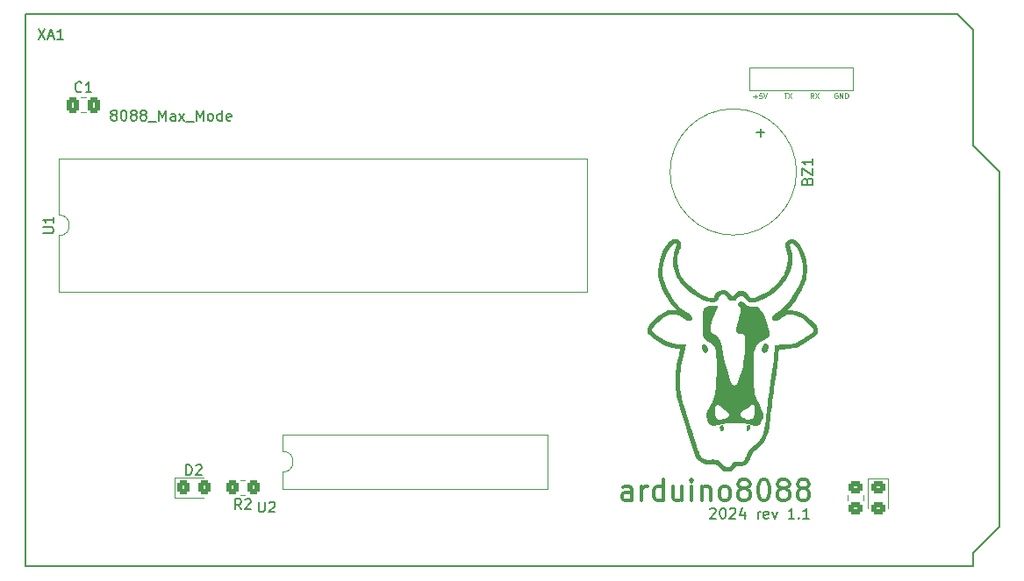
<source format=gto>
%TF.GenerationSoftware,KiCad,Pcbnew,(6.0.7)*%
%TF.CreationDate,2024-05-09T09:52:52-04:00*%
%TF.ProjectId,ard8088,61726438-3038-4382-9e6b-696361645f70,1.1*%
%TF.SameCoordinates,Original*%
%TF.FileFunction,Legend,Top*%
%TF.FilePolarity,Positive*%
%FSLAX46Y46*%
G04 Gerber Fmt 4.6, Leading zero omitted, Abs format (unit mm)*
G04 Created by KiCad (PCBNEW (6.0.7)) date 2024-05-09 09:52:52*
%MOMM*%
%LPD*%
G01*
G04 APERTURE LIST*
G04 Aperture macros list*
%AMRoundRect*
0 Rectangle with rounded corners*
0 $1 Rounding radius*
0 $2 $3 $4 $5 $6 $7 $8 $9 X,Y pos of 4 corners*
0 Add a 4 corners polygon primitive as box body*
4,1,4,$2,$3,$4,$5,$6,$7,$8,$9,$2,$3,0*
0 Add four circle primitives for the rounded corners*
1,1,$1+$1,$2,$3*
1,1,$1+$1,$4,$5*
1,1,$1+$1,$6,$7*
1,1,$1+$1,$8,$9*
0 Add four rect primitives between the rounded corners*
20,1,$1+$1,$2,$3,$4,$5,0*
20,1,$1+$1,$4,$5,$6,$7,0*
20,1,$1+$1,$6,$7,$8,$9,0*
20,1,$1+$1,$8,$9,$2,$3,0*%
G04 Aperture macros list end*
%ADD10C,0.200000*%
%ADD11C,0.300000*%
%ADD12C,0.150000*%
%ADD13C,0.125000*%
%ADD14C,0.120000*%
%ADD15O,1.727200X1.727200*%
%ADD16RoundRect,0.250000X0.350000X0.450000X-0.350000X0.450000X-0.350000X-0.450000X0.350000X-0.450000X0*%
%ADD17RoundRect,0.250000X-0.325000X-0.450000X0.325000X-0.450000X0.325000X0.450000X-0.325000X0.450000X0*%
%ADD18RoundRect,0.250000X-0.450000X0.350000X-0.450000X-0.350000X0.450000X-0.350000X0.450000X0.350000X0*%
%ADD19R,1.600000X1.600000*%
%ADD20O,1.600000X1.600000*%
%ADD21RoundRect,0.250000X-0.337500X-0.475000X0.337500X-0.475000X0.337500X0.475000X-0.337500X0.475000X0*%
%ADD22RoundRect,0.250000X-0.450000X0.325000X-0.450000X-0.325000X0.450000X-0.325000X0.450000X0.325000X0*%
%ADD23R,2.000000X2.000000*%
%ADD24C,2.000000*%
G04 APERTURE END LIST*
D10*
X162854285Y-111307619D02*
X162901904Y-111260000D01*
X162997142Y-111212380D01*
X163235238Y-111212380D01*
X163330476Y-111260000D01*
X163378095Y-111307619D01*
X163425714Y-111402857D01*
X163425714Y-111498095D01*
X163378095Y-111640952D01*
X162806666Y-112212380D01*
X163425714Y-112212380D01*
X164044761Y-111212380D02*
X164140000Y-111212380D01*
X164235238Y-111260000D01*
X164282857Y-111307619D01*
X164330476Y-111402857D01*
X164378095Y-111593333D01*
X164378095Y-111831428D01*
X164330476Y-112021904D01*
X164282857Y-112117142D01*
X164235238Y-112164761D01*
X164140000Y-112212380D01*
X164044761Y-112212380D01*
X163949523Y-112164761D01*
X163901904Y-112117142D01*
X163854285Y-112021904D01*
X163806666Y-111831428D01*
X163806666Y-111593333D01*
X163854285Y-111402857D01*
X163901904Y-111307619D01*
X163949523Y-111260000D01*
X164044761Y-111212380D01*
X164759047Y-111307619D02*
X164806666Y-111260000D01*
X164901904Y-111212380D01*
X165140000Y-111212380D01*
X165235238Y-111260000D01*
X165282857Y-111307619D01*
X165330476Y-111402857D01*
X165330476Y-111498095D01*
X165282857Y-111640952D01*
X164711428Y-112212380D01*
X165330476Y-112212380D01*
X166187619Y-111545714D02*
X166187619Y-112212380D01*
X165949523Y-111164761D02*
X165711428Y-111879047D01*
X166330476Y-111879047D01*
X167473333Y-112212380D02*
X167473333Y-111545714D01*
X167473333Y-111736190D02*
X167520952Y-111640952D01*
X167568571Y-111593333D01*
X167663809Y-111545714D01*
X167759047Y-111545714D01*
X168473333Y-112164761D02*
X168378095Y-112212380D01*
X168187619Y-112212380D01*
X168092380Y-112164761D01*
X168044761Y-112069523D01*
X168044761Y-111688571D01*
X168092380Y-111593333D01*
X168187619Y-111545714D01*
X168378095Y-111545714D01*
X168473333Y-111593333D01*
X168520952Y-111688571D01*
X168520952Y-111783809D01*
X168044761Y-111879047D01*
X168854285Y-111545714D02*
X169092380Y-112212380D01*
X169330476Y-111545714D01*
X170997142Y-112212380D02*
X170425714Y-112212380D01*
X170711428Y-112212380D02*
X170711428Y-111212380D01*
X170616190Y-111355238D01*
X170520952Y-111450476D01*
X170425714Y-111498095D01*
X171425714Y-112117142D02*
X171473333Y-112164761D01*
X171425714Y-112212380D01*
X171378095Y-112164761D01*
X171425714Y-112117142D01*
X171425714Y-112212380D01*
X172425714Y-112212380D02*
X171854285Y-112212380D01*
X172140000Y-112212380D02*
X172140000Y-111212380D01*
X172044761Y-111355238D01*
X171949523Y-111450476D01*
X171854285Y-111498095D01*
D11*
X155284584Y-110456733D02*
X155284584Y-109409114D01*
X155189346Y-109218638D01*
X154998870Y-109123400D01*
X154617918Y-109123400D01*
X154427442Y-109218638D01*
X155284584Y-110361495D02*
X155094108Y-110456733D01*
X154617918Y-110456733D01*
X154427442Y-110361495D01*
X154332203Y-110171019D01*
X154332203Y-109980543D01*
X154427442Y-109790067D01*
X154617918Y-109694829D01*
X155094108Y-109694829D01*
X155284584Y-109599591D01*
X156236965Y-110456733D02*
X156236965Y-109123400D01*
X156236965Y-109504352D02*
X156332203Y-109313876D01*
X156427442Y-109218638D01*
X156617918Y-109123400D01*
X156808394Y-109123400D01*
X158332203Y-110456733D02*
X158332203Y-108456733D01*
X158332203Y-110361495D02*
X158141727Y-110456733D01*
X157760775Y-110456733D01*
X157570299Y-110361495D01*
X157475061Y-110266257D01*
X157379823Y-110075781D01*
X157379823Y-109504352D01*
X157475061Y-109313876D01*
X157570299Y-109218638D01*
X157760775Y-109123400D01*
X158141727Y-109123400D01*
X158332203Y-109218638D01*
X160141727Y-109123400D02*
X160141727Y-110456733D01*
X159284584Y-109123400D02*
X159284584Y-110171019D01*
X159379823Y-110361495D01*
X159570299Y-110456733D01*
X159856013Y-110456733D01*
X160046489Y-110361495D01*
X160141727Y-110266257D01*
X161094108Y-110456733D02*
X161094108Y-109123400D01*
X161094108Y-108456733D02*
X160998870Y-108551972D01*
X161094108Y-108647210D01*
X161189346Y-108551972D01*
X161094108Y-108456733D01*
X161094108Y-108647210D01*
X162046489Y-109123400D02*
X162046489Y-110456733D01*
X162046489Y-109313876D02*
X162141727Y-109218638D01*
X162332203Y-109123400D01*
X162617918Y-109123400D01*
X162808394Y-109218638D01*
X162903632Y-109409114D01*
X162903632Y-110456733D01*
X164141727Y-110456733D02*
X163951251Y-110361495D01*
X163856013Y-110266257D01*
X163760775Y-110075781D01*
X163760775Y-109504352D01*
X163856013Y-109313876D01*
X163951251Y-109218638D01*
X164141727Y-109123400D01*
X164427442Y-109123400D01*
X164617918Y-109218638D01*
X164713156Y-109313876D01*
X164808394Y-109504352D01*
X164808394Y-110075781D01*
X164713156Y-110266257D01*
X164617918Y-110361495D01*
X164427442Y-110456733D01*
X164141727Y-110456733D01*
X165951251Y-109313876D02*
X165760775Y-109218638D01*
X165665537Y-109123400D01*
X165570299Y-108932924D01*
X165570299Y-108837686D01*
X165665537Y-108647210D01*
X165760775Y-108551972D01*
X165951251Y-108456733D01*
X166332203Y-108456733D01*
X166522680Y-108551972D01*
X166617918Y-108647210D01*
X166713156Y-108837686D01*
X166713156Y-108932924D01*
X166617918Y-109123400D01*
X166522680Y-109218638D01*
X166332203Y-109313876D01*
X165951251Y-109313876D01*
X165760775Y-109409114D01*
X165665537Y-109504352D01*
X165570299Y-109694829D01*
X165570299Y-110075781D01*
X165665537Y-110266257D01*
X165760775Y-110361495D01*
X165951251Y-110456733D01*
X166332203Y-110456733D01*
X166522680Y-110361495D01*
X166617918Y-110266257D01*
X166713156Y-110075781D01*
X166713156Y-109694829D01*
X166617918Y-109504352D01*
X166522680Y-109409114D01*
X166332203Y-109313876D01*
X167951251Y-108456733D02*
X168141727Y-108456733D01*
X168332203Y-108551972D01*
X168427442Y-108647210D01*
X168522680Y-108837686D01*
X168617918Y-109218638D01*
X168617918Y-109694829D01*
X168522680Y-110075781D01*
X168427442Y-110266257D01*
X168332203Y-110361495D01*
X168141727Y-110456733D01*
X167951251Y-110456733D01*
X167760775Y-110361495D01*
X167665537Y-110266257D01*
X167570299Y-110075781D01*
X167475061Y-109694829D01*
X167475061Y-109218638D01*
X167570299Y-108837686D01*
X167665537Y-108647210D01*
X167760775Y-108551972D01*
X167951251Y-108456733D01*
X169760775Y-109313876D02*
X169570299Y-109218638D01*
X169475061Y-109123400D01*
X169379823Y-108932924D01*
X169379823Y-108837686D01*
X169475061Y-108647210D01*
X169570299Y-108551972D01*
X169760775Y-108456733D01*
X170141727Y-108456733D01*
X170332203Y-108551972D01*
X170427442Y-108647210D01*
X170522680Y-108837686D01*
X170522680Y-108932924D01*
X170427442Y-109123400D01*
X170332203Y-109218638D01*
X170141727Y-109313876D01*
X169760775Y-109313876D01*
X169570299Y-109409114D01*
X169475061Y-109504352D01*
X169379823Y-109694829D01*
X169379823Y-110075781D01*
X169475061Y-110266257D01*
X169570299Y-110361495D01*
X169760775Y-110456733D01*
X170141727Y-110456733D01*
X170332203Y-110361495D01*
X170427442Y-110266257D01*
X170522680Y-110075781D01*
X170522680Y-109694829D01*
X170427442Y-109504352D01*
X170332203Y-109409114D01*
X170141727Y-109313876D01*
X171665537Y-109313876D02*
X171475061Y-109218638D01*
X171379823Y-109123400D01*
X171284584Y-108932924D01*
X171284584Y-108837686D01*
X171379823Y-108647210D01*
X171475061Y-108551972D01*
X171665537Y-108456733D01*
X172046489Y-108456733D01*
X172236965Y-108551972D01*
X172332203Y-108647210D01*
X172427442Y-108837686D01*
X172427442Y-108932924D01*
X172332203Y-109123400D01*
X172236965Y-109218638D01*
X172046489Y-109313876D01*
X171665537Y-109313876D01*
X171475061Y-109409114D01*
X171379823Y-109504352D01*
X171284584Y-109694829D01*
X171284584Y-110075781D01*
X171379823Y-110266257D01*
X171475061Y-110361495D01*
X171665537Y-110456733D01*
X172046489Y-110456733D01*
X172236965Y-110361495D01*
X172332203Y-110266257D01*
X172427442Y-110075781D01*
X172427442Y-109694829D01*
X172332203Y-109504352D01*
X172236965Y-109409114D01*
X172046489Y-109313876D01*
D12*
%TO.C,XA1*%
X98030906Y-64898154D02*
X98697573Y-65898154D01*
X98697573Y-64898154D02*
X98030906Y-65898154D01*
X99030906Y-65612440D02*
X99507097Y-65612440D01*
X98935668Y-65898154D02*
X99269002Y-64898154D01*
X99602335Y-65898154D01*
X100459478Y-65898154D02*
X99888049Y-65898154D01*
X100173763Y-65898154D02*
X100173763Y-64898154D01*
X100078525Y-65041012D01*
X99983287Y-65136250D01*
X99888049Y-65183869D01*
D13*
X175136836Y-71122088D02*
X175089217Y-71098278D01*
X175017789Y-71098278D01*
X174946360Y-71122088D01*
X174898741Y-71169707D01*
X174874931Y-71217326D01*
X174851122Y-71312564D01*
X174851122Y-71383992D01*
X174874931Y-71479230D01*
X174898741Y-71526849D01*
X174946360Y-71574468D01*
X175017789Y-71598278D01*
X175065408Y-71598278D01*
X175136836Y-71574468D01*
X175160646Y-71550659D01*
X175160646Y-71383992D01*
X175065408Y-71383992D01*
X175374931Y-71598278D02*
X175374931Y-71098278D01*
X175660646Y-71598278D01*
X175660646Y-71098278D01*
X175898741Y-71598278D02*
X175898741Y-71098278D01*
X176017789Y-71098278D01*
X176089217Y-71122088D01*
X176136836Y-71169707D01*
X176160646Y-71217326D01*
X176184455Y-71312564D01*
X176184455Y-71383992D01*
X176160646Y-71479230D01*
X176136836Y-71526849D01*
X176089217Y-71574468D01*
X176017789Y-71598278D01*
X175898741Y-71598278D01*
X172821914Y-71598278D02*
X172655248Y-71360183D01*
X172536200Y-71598278D02*
X172536200Y-71098278D01*
X172726676Y-71098278D01*
X172774295Y-71122088D01*
X172798105Y-71145897D01*
X172821914Y-71193516D01*
X172821914Y-71264945D01*
X172798105Y-71312564D01*
X172774295Y-71336373D01*
X172726676Y-71360183D01*
X172536200Y-71360183D01*
X172988581Y-71098278D02*
X173321914Y-71598278D01*
X173321914Y-71098278D02*
X172988581Y-71598278D01*
X170003423Y-71121195D02*
X170289137Y-71121195D01*
X170146280Y-71621195D02*
X170146280Y-71121195D01*
X170408185Y-71121195D02*
X170741518Y-71621195D01*
X170741518Y-71121195D02*
X170408185Y-71621195D01*
X167014393Y-71430719D02*
X167395346Y-71430719D01*
X167204870Y-71621195D02*
X167204870Y-71240243D01*
X167871536Y-71121195D02*
X167633441Y-71121195D01*
X167609631Y-71359290D01*
X167633441Y-71335481D01*
X167681060Y-71311671D01*
X167800108Y-71311671D01*
X167847727Y-71335481D01*
X167871536Y-71359290D01*
X167895346Y-71406909D01*
X167895346Y-71525957D01*
X167871536Y-71573576D01*
X167847727Y-71597385D01*
X167800108Y-71621195D01*
X167681060Y-71621195D01*
X167633441Y-71597385D01*
X167609631Y-71573576D01*
X168038203Y-71121195D02*
X168204870Y-71621195D01*
X168371536Y-71121195D01*
D12*
%TO.C,R2*%
X117608333Y-111322380D02*
X117275000Y-110846190D01*
X117036904Y-111322380D02*
X117036904Y-110322380D01*
X117417857Y-110322380D01*
X117513095Y-110370000D01*
X117560714Y-110417619D01*
X117608333Y-110512857D01*
X117608333Y-110655714D01*
X117560714Y-110750952D01*
X117513095Y-110798571D01*
X117417857Y-110846190D01*
X117036904Y-110846190D01*
X117989285Y-110417619D02*
X118036904Y-110370000D01*
X118132142Y-110322380D01*
X118370238Y-110322380D01*
X118465476Y-110370000D01*
X118513095Y-110417619D01*
X118560714Y-110512857D01*
X118560714Y-110608095D01*
X118513095Y-110750952D01*
X117941666Y-111322380D01*
X118560714Y-111322380D01*
%TO.C,D2*%
X112291904Y-108022380D02*
X112291904Y-107022380D01*
X112530000Y-107022380D01*
X112672857Y-107070000D01*
X112768095Y-107165238D01*
X112815714Y-107260476D01*
X112863333Y-107450952D01*
X112863333Y-107593809D01*
X112815714Y-107784285D01*
X112768095Y-107879523D01*
X112672857Y-107974761D01*
X112530000Y-108022380D01*
X112291904Y-108022380D01*
X113244285Y-107117619D02*
X113291904Y-107070000D01*
X113387142Y-107022380D01*
X113625238Y-107022380D01*
X113720476Y-107070000D01*
X113768095Y-107117619D01*
X113815714Y-107212857D01*
X113815714Y-107308095D01*
X113768095Y-107450952D01*
X113196666Y-108022380D01*
X113815714Y-108022380D01*
%TO.C,U1*%
X98491380Y-84646904D02*
X99300904Y-84646904D01*
X99396142Y-84599285D01*
X99443761Y-84551666D01*
X99491380Y-84456428D01*
X99491380Y-84265952D01*
X99443761Y-84170714D01*
X99396142Y-84123095D01*
X99300904Y-84075476D01*
X98491380Y-84075476D01*
X99491380Y-83075476D02*
X99491380Y-83646904D01*
X99491380Y-83361190D02*
X98491380Y-83361190D01*
X98634238Y-83456428D01*
X98729476Y-83551666D01*
X98777095Y-83646904D01*
X105244893Y-73208746D02*
X105149655Y-73161127D01*
X105102036Y-73113508D01*
X105054417Y-73018270D01*
X105054417Y-72970651D01*
X105102036Y-72875413D01*
X105149655Y-72827794D01*
X105244893Y-72780174D01*
X105435369Y-72780174D01*
X105530607Y-72827794D01*
X105578226Y-72875413D01*
X105625845Y-72970651D01*
X105625845Y-73018270D01*
X105578226Y-73113508D01*
X105530607Y-73161127D01*
X105435369Y-73208746D01*
X105244893Y-73208746D01*
X105149655Y-73256365D01*
X105102036Y-73303984D01*
X105054417Y-73399222D01*
X105054417Y-73589698D01*
X105102036Y-73684936D01*
X105149655Y-73732555D01*
X105244893Y-73780174D01*
X105435369Y-73780174D01*
X105530607Y-73732555D01*
X105578226Y-73684936D01*
X105625845Y-73589698D01*
X105625845Y-73399222D01*
X105578226Y-73303984D01*
X105530607Y-73256365D01*
X105435369Y-73208746D01*
X106244893Y-72780174D02*
X106340131Y-72780174D01*
X106435369Y-72827794D01*
X106482988Y-72875413D01*
X106530607Y-72970651D01*
X106578226Y-73161127D01*
X106578226Y-73399222D01*
X106530607Y-73589698D01*
X106482988Y-73684936D01*
X106435369Y-73732555D01*
X106340131Y-73780174D01*
X106244893Y-73780174D01*
X106149655Y-73732555D01*
X106102036Y-73684936D01*
X106054417Y-73589698D01*
X106006798Y-73399222D01*
X106006798Y-73161127D01*
X106054417Y-72970651D01*
X106102036Y-72875413D01*
X106149655Y-72827794D01*
X106244893Y-72780174D01*
X107149655Y-73208746D02*
X107054417Y-73161127D01*
X107006798Y-73113508D01*
X106959179Y-73018270D01*
X106959179Y-72970651D01*
X107006798Y-72875413D01*
X107054417Y-72827794D01*
X107149655Y-72780174D01*
X107340131Y-72780174D01*
X107435369Y-72827794D01*
X107482988Y-72875413D01*
X107530607Y-72970651D01*
X107530607Y-73018270D01*
X107482988Y-73113508D01*
X107435369Y-73161127D01*
X107340131Y-73208746D01*
X107149655Y-73208746D01*
X107054417Y-73256365D01*
X107006798Y-73303984D01*
X106959179Y-73399222D01*
X106959179Y-73589698D01*
X107006798Y-73684936D01*
X107054417Y-73732555D01*
X107149655Y-73780174D01*
X107340131Y-73780174D01*
X107435369Y-73732555D01*
X107482988Y-73684936D01*
X107530607Y-73589698D01*
X107530607Y-73399222D01*
X107482988Y-73303984D01*
X107435369Y-73256365D01*
X107340131Y-73208746D01*
X108102036Y-73208746D02*
X108006798Y-73161127D01*
X107959179Y-73113508D01*
X107911560Y-73018270D01*
X107911560Y-72970651D01*
X107959179Y-72875413D01*
X108006798Y-72827794D01*
X108102036Y-72780174D01*
X108292512Y-72780174D01*
X108387750Y-72827794D01*
X108435369Y-72875413D01*
X108482988Y-72970651D01*
X108482988Y-73018270D01*
X108435369Y-73113508D01*
X108387750Y-73161127D01*
X108292512Y-73208746D01*
X108102036Y-73208746D01*
X108006798Y-73256365D01*
X107959179Y-73303984D01*
X107911560Y-73399222D01*
X107911560Y-73589698D01*
X107959179Y-73684936D01*
X108006798Y-73732555D01*
X108102036Y-73780174D01*
X108292512Y-73780174D01*
X108387750Y-73732555D01*
X108435369Y-73684936D01*
X108482988Y-73589698D01*
X108482988Y-73399222D01*
X108435369Y-73303984D01*
X108387750Y-73256365D01*
X108292512Y-73208746D01*
X108673464Y-73875413D02*
X109435369Y-73875413D01*
X109673464Y-73780174D02*
X109673464Y-72780174D01*
X110006798Y-73494460D01*
X110340131Y-72780174D01*
X110340131Y-73780174D01*
X111244893Y-73780174D02*
X111244893Y-73256365D01*
X111197274Y-73161127D01*
X111102036Y-73113508D01*
X110911560Y-73113508D01*
X110816321Y-73161127D01*
X111244893Y-73732555D02*
X111149655Y-73780174D01*
X110911560Y-73780174D01*
X110816321Y-73732555D01*
X110768702Y-73637317D01*
X110768702Y-73542079D01*
X110816321Y-73446841D01*
X110911560Y-73399222D01*
X111149655Y-73399222D01*
X111244893Y-73351603D01*
X111625845Y-73780174D02*
X112149655Y-73113508D01*
X111625845Y-73113508D02*
X112149655Y-73780174D01*
X112292512Y-73875413D02*
X113054417Y-73875413D01*
X113292512Y-73780174D02*
X113292512Y-72780174D01*
X113625845Y-73494460D01*
X113959179Y-72780174D01*
X113959179Y-73780174D01*
X114578226Y-73780174D02*
X114482988Y-73732555D01*
X114435369Y-73684936D01*
X114387750Y-73589698D01*
X114387750Y-73303984D01*
X114435369Y-73208746D01*
X114482988Y-73161127D01*
X114578226Y-73113508D01*
X114721083Y-73113508D01*
X114816321Y-73161127D01*
X114863941Y-73208746D01*
X114911560Y-73303984D01*
X114911560Y-73589698D01*
X114863941Y-73684936D01*
X114816321Y-73732555D01*
X114721083Y-73780174D01*
X114578226Y-73780174D01*
X115768702Y-73780174D02*
X115768702Y-72780174D01*
X115768702Y-73732555D02*
X115673464Y-73780174D01*
X115482988Y-73780174D01*
X115387750Y-73732555D01*
X115340131Y-73684936D01*
X115292512Y-73589698D01*
X115292512Y-73303984D01*
X115340131Y-73208746D01*
X115387750Y-73161127D01*
X115482988Y-73113508D01*
X115673464Y-73113508D01*
X115768702Y-73161127D01*
X116625845Y-73732555D02*
X116530607Y-73780174D01*
X116340131Y-73780174D01*
X116244893Y-73732555D01*
X116197274Y-73637317D01*
X116197274Y-73256365D01*
X116244893Y-73161127D01*
X116340131Y-73113508D01*
X116530607Y-73113508D01*
X116625845Y-73161127D01*
X116673464Y-73256365D01*
X116673464Y-73351603D01*
X116197274Y-73446841D01*
%TO.C,C1*%
X102222407Y-70932126D02*
X102174788Y-70979745D01*
X102031931Y-71027364D01*
X101936693Y-71027364D01*
X101793835Y-70979745D01*
X101698597Y-70884507D01*
X101650978Y-70789269D01*
X101603359Y-70598793D01*
X101603359Y-70455936D01*
X101650978Y-70265460D01*
X101698597Y-70170222D01*
X101793835Y-70074984D01*
X101936693Y-70027364D01*
X102031931Y-70027364D01*
X102174788Y-70074984D01*
X102222407Y-70122603D01*
X103174788Y-71027364D02*
X102603359Y-71027364D01*
X102889074Y-71027364D02*
X102889074Y-70027364D01*
X102793835Y-70170222D01*
X102698597Y-70265460D01*
X102603359Y-70313079D01*
%TO.C,U2*%
X119309022Y-110596333D02*
X119309022Y-111405857D01*
X119356641Y-111501095D01*
X119404260Y-111548714D01*
X119499498Y-111596333D01*
X119689974Y-111596333D01*
X119785212Y-111548714D01*
X119832831Y-111501095D01*
X119880450Y-111405857D01*
X119880450Y-110596333D01*
X120309022Y-110691572D02*
X120356641Y-110643953D01*
X120451879Y-110596333D01*
X120689974Y-110596333D01*
X120785212Y-110643953D01*
X120832831Y-110691572D01*
X120880450Y-110786810D01*
X120880450Y-110882048D01*
X120832831Y-111024905D01*
X120261403Y-111596333D01*
X120880450Y-111596333D01*
%TO.C,BZ1*%
X172228571Y-79610952D02*
X172276190Y-79468095D01*
X172323809Y-79420476D01*
X172419047Y-79372857D01*
X172561904Y-79372857D01*
X172657142Y-79420476D01*
X172704761Y-79468095D01*
X172752380Y-79563333D01*
X172752380Y-79944285D01*
X171752380Y-79944285D01*
X171752380Y-79610952D01*
X171800000Y-79515714D01*
X171847619Y-79468095D01*
X171942857Y-79420476D01*
X172038095Y-79420476D01*
X172133333Y-79468095D01*
X172180952Y-79515714D01*
X172228571Y-79610952D01*
X172228571Y-79944285D01*
X171752380Y-79039523D02*
X171752380Y-78372857D01*
X172752380Y-79039523D01*
X172752380Y-78372857D01*
X172752380Y-77468095D02*
X172752380Y-78039523D01*
X172752380Y-77753809D02*
X171752380Y-77753809D01*
X171895238Y-77849047D01*
X171990476Y-77944285D01*
X172038095Y-78039523D01*
X167711428Y-75300952D02*
X167711428Y-74539047D01*
X168092380Y-74920000D02*
X167330476Y-74920000D01*
D14*
%TO.C,XA1*%
X176663639Y-70867913D02*
X166625985Y-70867913D01*
X166625985Y-70867913D02*
X166625985Y-68644963D01*
X166625985Y-68644963D02*
X176663639Y-68644963D01*
X176663639Y-68644963D02*
X176663639Y-70867913D01*
D12*
X188214000Y-115570000D02*
X190754000Y-113030000D01*
X190754000Y-78740000D02*
X188214000Y-76200000D01*
X188214000Y-76200000D02*
X188214000Y-65024000D01*
X96774000Y-63500000D02*
X96774000Y-116840000D01*
X96774000Y-63500000D02*
X186690000Y-63500000D01*
X188214000Y-116840000D02*
X188214000Y-115570000D01*
X186690000Y-63500000D02*
X188214000Y-65024000D01*
X190754000Y-113030000D02*
X190754000Y-78740000D01*
X96774000Y-116840000D02*
X188214000Y-116840000D01*
D14*
%TO.C,R2*%
X118002064Y-109955000D02*
X117547936Y-109955000D01*
X118002064Y-108485000D02*
X117547936Y-108485000D01*
%TO.C,D2*%
X111170000Y-110180000D02*
X114030000Y-110180000D01*
X114030000Y-108260000D02*
X111170000Y-108260000D01*
X111170000Y-108260000D02*
X111170000Y-110180000D01*
%TO.C,R1*%
X177641289Y-109992936D02*
X177641289Y-110447064D01*
X176171289Y-109992936D02*
X176171289Y-110447064D01*
%TO.C,U1*%
X150959000Y-90345000D02*
X150959000Y-77425000D01*
X100039000Y-84885000D02*
X100039000Y-90345000D01*
X100039000Y-77425000D02*
X100039000Y-82885000D01*
X150959000Y-77425000D02*
X100039000Y-77425000D01*
X100039000Y-90345000D02*
X150959000Y-90345000D01*
X100039000Y-84885000D02*
G75*
G03*
X100039000Y-82885000I0J1000000D01*
G01*
%TO.C,C1*%
X102127822Y-72989984D02*
X102650326Y-72989984D01*
X102127822Y-71519984D02*
X102650326Y-71519984D01*
%TO.C,U2*%
X147149000Y-104080000D02*
X121629000Y-104080000D01*
X121629000Y-104080000D02*
X121629000Y-105730000D01*
X121629000Y-107730000D02*
X121629000Y-109380000D01*
X121629000Y-109380000D02*
X147149000Y-109380000D01*
X147149000Y-109380000D02*
X147149000Y-104080000D01*
X121629000Y-107730000D02*
G75*
G03*
X121629000Y-105730000I0J1000000D01*
G01*
%TO.C,D1*%
X180030000Y-111238995D02*
X180030000Y-108378995D01*
X178110000Y-108378995D02*
X178110000Y-111238995D01*
X180030000Y-108378995D02*
X178110000Y-108378995D01*
%TO.C,G\u002A\u002A\u002A*%
G36*
X156888750Y-93668400D02*
G01*
X156916089Y-93593447D01*
X156987805Y-93494390D01*
X157118740Y-93349159D01*
X157292393Y-93173305D01*
X157492259Y-92982380D01*
X157701837Y-92791936D01*
X157904625Y-92617522D01*
X158084118Y-92474691D01*
X158164994Y-92416547D01*
X158486638Y-92230323D01*
X158804979Y-92121084D01*
X159157793Y-92077176D01*
X159272334Y-92075000D01*
X159644716Y-92075000D01*
X159349258Y-91767311D01*
X159043873Y-91405467D01*
X158744377Y-90968004D01*
X158463278Y-90476770D01*
X158213080Y-89953614D01*
X158006999Y-89422459D01*
X157941467Y-89222415D01*
X157898041Y-89059397D01*
X157872464Y-88903033D01*
X157860482Y-88722952D01*
X157857840Y-88488782D01*
X157858525Y-88362692D01*
X157894486Y-87776761D01*
X157997658Y-87229305D01*
X158175313Y-86689881D01*
X158354160Y-86287878D01*
X158493010Y-86020958D01*
X158622735Y-85815959D01*
X158764728Y-85641997D01*
X158887848Y-85517404D01*
X159034064Y-85380317D01*
X159138454Y-85297178D01*
X159229873Y-85254496D01*
X159337175Y-85238779D01*
X159488605Y-85236538D01*
X159668900Y-85242346D01*
X159787017Y-85266714D01*
X159878127Y-85320057D01*
X159931846Y-85367792D01*
X160012338Y-85458589D01*
X160053539Y-85556081D01*
X160067860Y-85697625D01*
X160068846Y-85780102D01*
X160061494Y-85937077D01*
X160042490Y-86050891D01*
X160023162Y-86089392D01*
X159971331Y-86160259D01*
X159908957Y-86302130D01*
X159844280Y-86490139D01*
X159785541Y-86699420D01*
X159740980Y-86905106D01*
X159729870Y-86974380D01*
X159712196Y-87403612D01*
X159770185Y-87859687D01*
X159897389Y-88316518D01*
X160087356Y-88748020D01*
X160225463Y-88978962D01*
X160510515Y-89343063D01*
X160869707Y-89704681D01*
X161281704Y-90048190D01*
X161725172Y-90357960D01*
X162178778Y-90618364D01*
X162621187Y-90813775D01*
X162818686Y-90878579D01*
X163032926Y-90922197D01*
X163171403Y-90907390D01*
X163237164Y-90833465D01*
X163243846Y-90781925D01*
X163277101Y-90688432D01*
X163361706Y-90559257D01*
X163474916Y-90422393D01*
X163593990Y-90305830D01*
X163680073Y-90245021D01*
X163826824Y-90198990D01*
X164032444Y-90173301D01*
X164141326Y-90170000D01*
X164328904Y-90176253D01*
X164455029Y-90201471D01*
X164555502Y-90255342D01*
X164607400Y-90296128D01*
X164730734Y-90418668D01*
X164832524Y-90550120D01*
X164840582Y-90563250D01*
X164917172Y-90668273D01*
X164988163Y-90728839D01*
X164990744Y-90729906D01*
X165057768Y-90711090D01*
X165170656Y-90635909D01*
X165307946Y-90518785D01*
X165315549Y-90511631D01*
X165573478Y-90267692D01*
X165916672Y-90267692D01*
X166097799Y-90269958D01*
X166214732Y-90285564D01*
X166300967Y-90327727D01*
X166390004Y-90409660D01*
X166455981Y-90480452D01*
X166573550Y-90615306D01*
X166668787Y-90737443D01*
X166707842Y-90797375D01*
X166793833Y-90893637D01*
X166923529Y-90928156D01*
X167109096Y-90901784D01*
X167301819Y-90838977D01*
X167869053Y-90587492D01*
X168406771Y-90275168D01*
X168902157Y-89912838D01*
X169342394Y-89511335D01*
X169714664Y-89081494D01*
X170006151Y-88634148D01*
X170079201Y-88491317D01*
X170224014Y-88118106D01*
X170322946Y-87714260D01*
X170374769Y-87301548D01*
X170378255Y-86901739D01*
X170332175Y-86536604D01*
X170235300Y-86227912D01*
X170209919Y-86175243D01*
X170161477Y-86031003D01*
X170133718Y-85850391D01*
X170131154Y-85785410D01*
X170141910Y-85623498D01*
X170186405Y-85511394D01*
X170280900Y-85404427D01*
X170371081Y-85327157D01*
X170459927Y-85283952D01*
X170580300Y-85265118D01*
X170765061Y-85260962D01*
X170767281Y-85260961D01*
X170947430Y-85263683D01*
X171066176Y-85281302D01*
X171159804Y-85328003D01*
X171264600Y-85417969D01*
X171329609Y-85480769D01*
X171501734Y-85688313D01*
X171676397Y-85970695D01*
X171842578Y-86306005D01*
X171989257Y-86672334D01*
X172091268Y-86995000D01*
X172137804Y-87179057D01*
X172170074Y-87351902D01*
X172190548Y-87538697D01*
X172201694Y-87764605D01*
X172205982Y-88054787D01*
X172206311Y-88167308D01*
X172204465Y-88465618D01*
X172194699Y-88710043D01*
X172171724Y-88921043D01*
X172130255Y-89119079D01*
X172065004Y-89324611D01*
X171970684Y-89558098D01*
X171842009Y-89840001D01*
X171694620Y-90147551D01*
X171417682Y-90662129D01*
X171100069Y-91152898D01*
X170761145Y-91591417D01*
X170561724Y-91811343D01*
X170319701Y-92060572D01*
X170701678Y-92088592D01*
X171102330Y-92145572D01*
X171479713Y-92260476D01*
X171850284Y-92441179D01*
X172230503Y-92695563D01*
X172596185Y-92995454D01*
X172840457Y-93216602D01*
X173017245Y-93394675D01*
X173136934Y-93545595D01*
X173209910Y-93685282D01*
X173246558Y-93829656D01*
X173257261Y-93994637D01*
X173257308Y-94008973D01*
X173254172Y-94177273D01*
X173233487Y-94286684D01*
X173178335Y-94374381D01*
X173071800Y-94477539D01*
X173025288Y-94518830D01*
X172838381Y-94674056D01*
X172604657Y-94853303D01*
X172347234Y-95040295D01*
X172089232Y-95218755D01*
X171853770Y-95372407D01*
X171663966Y-95484974D01*
X171620961Y-95507512D01*
X171378248Y-95616319D01*
X171127552Y-95699303D01*
X170845244Y-95761948D01*
X170507698Y-95809737D01*
X170185845Y-95840644D01*
X169941808Y-95861967D01*
X169734933Y-95882341D01*
X169583589Y-95899785D01*
X169506148Y-95912313D01*
X169500213Y-95914667D01*
X169488813Y-95968175D01*
X169473332Y-96098824D01*
X169455905Y-96286259D01*
X169440556Y-96483377D01*
X169423865Y-96706101D01*
X169405829Y-96920724D01*
X169385071Y-97138177D01*
X169360217Y-97369392D01*
X169329892Y-97625302D01*
X169292720Y-97916839D01*
X169247326Y-98254934D01*
X169192335Y-98650521D01*
X169126372Y-99114532D01*
X169048061Y-99657898D01*
X168996619Y-100012500D01*
X168930591Y-100475344D01*
X168867939Y-100930662D01*
X168810437Y-101364380D01*
X168759859Y-101762422D01*
X168717980Y-102110713D01*
X168686573Y-102395180D01*
X168667414Y-102601748D01*
X168664095Y-102650192D01*
X168627035Y-103031889D01*
X168562586Y-103431530D01*
X168476689Y-103824026D01*
X168375284Y-104184288D01*
X168264314Y-104487227D01*
X168194575Y-104632946D01*
X168083578Y-104796343D01*
X167918657Y-104989014D01*
X167724591Y-105182359D01*
X167696410Y-105207941D01*
X167439379Y-105439463D01*
X167244984Y-105618900D01*
X167102444Y-105758616D01*
X167000982Y-105870978D01*
X166929818Y-105968352D01*
X166878173Y-106063104D01*
X166835269Y-106167601D01*
X166817762Y-106215961D01*
X166703165Y-106507524D01*
X166588929Y-106725014D01*
X166461414Y-106891042D01*
X166346474Y-106997334D01*
X166242902Y-107072955D01*
X166141486Y-107119170D01*
X166010914Y-107144964D01*
X165819876Y-107159323D01*
X165774467Y-107161486D01*
X165382977Y-107179264D01*
X165152776Y-107418094D01*
X164922575Y-107656923D01*
X164164542Y-107656923D01*
X163830000Y-107315000D01*
X163677456Y-107167310D01*
X163541191Y-107050127D01*
X163440606Y-106979432D01*
X163406287Y-106966028D01*
X163320066Y-106964164D01*
X163163094Y-106965030D01*
X162962266Y-106968386D01*
X162850905Y-106970998D01*
X162531388Y-106964950D01*
X162277855Y-106921182D01*
X162062480Y-106829234D01*
X161857438Y-106678646D01*
X161716888Y-106544738D01*
X161489867Y-106313654D01*
X160758431Y-104091154D01*
X160540380Y-103427760D01*
X160351036Y-102848417D01*
X160188294Y-102344474D01*
X160050047Y-101907275D01*
X159934189Y-101528167D01*
X159838615Y-101198498D01*
X159761218Y-100909612D01*
X159699892Y-100652857D01*
X159652532Y-100419579D01*
X159617031Y-100201125D01*
X159591282Y-99988840D01*
X159573181Y-99774072D01*
X159560622Y-99548167D01*
X159551497Y-99302471D01*
X159545882Y-99108846D01*
X159539767Y-98725600D01*
X159545543Y-98381370D01*
X159565722Y-98054801D01*
X159602821Y-97724534D01*
X159659352Y-97369213D01*
X159737830Y-96967479D01*
X159840769Y-96497976D01*
X159866441Y-96385673D01*
X160003989Y-95787308D01*
X159682283Y-95786586D01*
X159190026Y-95739043D01*
X158705288Y-95603279D01*
X158444210Y-95489433D01*
X158251146Y-95380287D01*
X158009134Y-95224835D01*
X157742987Y-95040827D01*
X157477518Y-94846013D01*
X157237540Y-94658143D01*
X157047866Y-94494967D01*
X157028173Y-94476471D01*
X156923678Y-94368896D01*
X156868941Y-94275949D01*
X156848047Y-94157657D01*
X156845000Y-94016507D01*
X156847066Y-93985578D01*
X157243693Y-93985578D01*
X157258127Y-94056007D01*
X157308969Y-94133484D01*
X157406841Y-94230350D01*
X157562365Y-94358946D01*
X157786164Y-94531616D01*
X157797821Y-94540476D01*
X158222656Y-94841761D01*
X158614049Y-95069284D01*
X158992599Y-95230668D01*
X159378903Y-95333536D01*
X159793562Y-95385511D01*
X160108772Y-95395690D01*
X160321570Y-95397749D01*
X160453555Y-95405227D01*
X160521586Y-95421518D01*
X160542523Y-95450021D01*
X160537286Y-95482019D01*
X160490173Y-95650088D01*
X160429008Y-95892689D01*
X160358555Y-96188490D01*
X160283579Y-96516162D01*
X160208847Y-96854372D01*
X160139123Y-97181790D01*
X160079173Y-97477086D01*
X160033761Y-97718928D01*
X160021694Y-97790000D01*
X159946543Y-98434309D01*
X159933792Y-99078020D01*
X159984704Y-99740007D01*
X160100544Y-100439146D01*
X160238582Y-101029329D01*
X160278795Y-101171710D01*
X160344150Y-101388199D01*
X160431057Y-101667854D01*
X160535930Y-101999727D01*
X160655179Y-102372875D01*
X160785218Y-102776352D01*
X160922458Y-103199213D01*
X161063310Y-103630513D01*
X161204187Y-104059308D01*
X161341501Y-104474652D01*
X161471663Y-104865599D01*
X161591086Y-105221206D01*
X161696182Y-105530527D01*
X161783361Y-105782616D01*
X161849037Y-105966530D01*
X161889622Y-106071322D01*
X161895911Y-106084823D01*
X161999182Y-106238564D01*
X162144030Y-106361499D01*
X162356498Y-106475071D01*
X162385938Y-106488276D01*
X162566032Y-106553963D01*
X162722450Y-106570376D01*
X162848192Y-106556824D01*
X163177896Y-106524962D01*
X163462225Y-106540990D01*
X163681161Y-106603682D01*
X163690968Y-106608489D01*
X163803990Y-106684475D01*
X163951670Y-106809108D01*
X164104590Y-106957293D01*
X164124773Y-106978523D01*
X164291841Y-107143081D01*
X164424320Y-107235216D01*
X164542891Y-107263063D01*
X164668231Y-107234755D01*
X164719144Y-107212311D01*
X164813815Y-107141610D01*
X164926915Y-107023183D01*
X164980153Y-106955869D01*
X165128960Y-106753269D01*
X165550859Y-106753269D01*
X165758189Y-106751146D01*
X165894469Y-106740363D01*
X165986319Y-106714302D01*
X166060360Y-106666342D01*
X166120674Y-106611584D01*
X166241056Y-106450313D01*
X166347469Y-106219523D01*
X166372275Y-106147546D01*
X166454236Y-105916529D01*
X166543198Y-105731352D01*
X166656072Y-105569481D01*
X166809765Y-105408377D01*
X167021187Y-105225506D01*
X167129729Y-105138012D01*
X167319962Y-104981259D01*
X167490508Y-104831093D01*
X167621153Y-104705890D01*
X167686524Y-104631723D01*
X167832993Y-104374330D01*
X167967246Y-104038778D01*
X168084183Y-103644343D01*
X168178706Y-103210297D01*
X168245717Y-102755916D01*
X168275269Y-102405961D01*
X168289598Y-102228042D01*
X168316810Y-101967608D01*
X168355140Y-101638733D01*
X168402821Y-101255490D01*
X168458086Y-100831952D01*
X168519171Y-100382193D01*
X168584308Y-99920285D01*
X168606292Y-99768269D01*
X168705426Y-99077144D01*
X168790064Y-98463282D01*
X168862479Y-97907707D01*
X168924943Y-97391439D01*
X168979730Y-96895501D01*
X169029110Y-96400915D01*
X169075357Y-95888701D01*
X169086573Y-95757115D01*
X169111781Y-95458268D01*
X169853486Y-95431122D01*
X170269002Y-95408327D01*
X170620677Y-95368010D01*
X170929917Y-95302362D01*
X171218128Y-95203571D01*
X171506716Y-95063829D01*
X171817089Y-94875325D01*
X172170651Y-94630249D01*
X172293076Y-94541050D01*
X172543398Y-94354292D01*
X172718445Y-94209667D01*
X172822603Y-94092761D01*
X172860261Y-93989160D01*
X172835806Y-93884452D01*
X172753626Y-93764221D01*
X172618110Y-93614055D01*
X172585673Y-93579877D01*
X172171949Y-93197123D01*
X171734228Y-92889643D01*
X171284683Y-92664811D01*
X170861074Y-92535181D01*
X170615306Y-92496670D01*
X170411037Y-92501178D01*
X170219685Y-92556091D01*
X170012668Y-92668799D01*
X169817355Y-92804960D01*
X169538473Y-92991608D01*
X169311141Y-93099522D01*
X169129946Y-93129336D01*
X168989475Y-93081683D01*
X168884315Y-92957194D01*
X168863944Y-92916424D01*
X168830668Y-92773013D01*
X168874167Y-92641852D01*
X169000787Y-92513626D01*
X169216874Y-92379021D01*
X169237496Y-92368077D01*
X169501248Y-92199387D01*
X169804879Y-91949048D01*
X170033557Y-91733077D01*
X170554598Y-91151360D01*
X171005153Y-90502499D01*
X171385491Y-89786052D01*
X171695880Y-89001575D01*
X171697721Y-88996099D01*
X171770183Y-88771753D01*
X171813800Y-88601430D01*
X171833735Y-88447574D01*
X171835150Y-88272625D01*
X171825068Y-88069615D01*
X171781858Y-87682206D01*
X171701756Y-87279793D01*
X171591681Y-86882897D01*
X171458552Y-86512038D01*
X171309286Y-86187737D01*
X171150803Y-85930513D01*
X171071620Y-85834904D01*
X170939938Y-85722460D01*
X170806386Y-85678908D01*
X170750627Y-85676154D01*
X170631083Y-85691470D01*
X170562441Y-85729033D01*
X170558970Y-85735974D01*
X170564107Y-85809748D01*
X170596801Y-85945339D01*
X170649262Y-86111259D01*
X170765237Y-86584685D01*
X170800962Y-87108347D01*
X170770350Y-87568100D01*
X170693579Y-88032816D01*
X170577828Y-88439549D01*
X170412114Y-88810769D01*
X170185457Y-89168945D01*
X169886877Y-89536547D01*
X169719969Y-89717503D01*
X169321015Y-90104202D01*
X168901956Y-90451062D01*
X168474888Y-90751070D01*
X168051906Y-90997209D01*
X167645108Y-91182464D01*
X167266588Y-91299821D01*
X166928444Y-91342265D01*
X166918337Y-91342308D01*
X166793508Y-91337480D01*
X166690984Y-91315179D01*
X166594188Y-91263675D01*
X166486541Y-91171242D01*
X166351467Y-91026149D01*
X166172386Y-90816671D01*
X166168030Y-90811491D01*
X166041703Y-90694976D01*
X165914225Y-90656415D01*
X165772277Y-90697880D01*
X165602535Y-90821441D01*
X165502827Y-90914904D01*
X165361917Y-91048586D01*
X165258380Y-91125663D01*
X165163450Y-91161428D01*
X165048364Y-91171173D01*
X165020493Y-91171346D01*
X164907225Y-91166774D01*
X164819883Y-91143198D01*
X164734376Y-91085824D01*
X164626615Y-90979860D01*
X164521510Y-90864937D01*
X164346303Y-90686817D01*
X164204685Y-90586562D01*
X164080076Y-90558211D01*
X163955895Y-90595800D01*
X163888814Y-90637439D01*
X163804257Y-90724643D01*
X163708471Y-90863234D01*
X163657761Y-90954060D01*
X163536776Y-91155049D01*
X163405813Y-91275378D01*
X163238441Y-91329956D01*
X163008230Y-91333697D01*
X162987303Y-91332316D01*
X162638581Y-91270311D01*
X162250012Y-91134936D01*
X161835924Y-90934117D01*
X161410643Y-90675780D01*
X160988495Y-90367851D01*
X160583807Y-90018256D01*
X160544175Y-89980664D01*
X160172204Y-89599640D01*
X159880212Y-89239150D01*
X159658459Y-88881066D01*
X159497204Y-88507264D01*
X159386710Y-88099619D01*
X159325356Y-87712396D01*
X159297925Y-87181006D01*
X159344269Y-86689751D01*
X159462910Y-86250048D01*
X159537240Y-86076663D01*
X159627384Y-85867534D01*
X159657417Y-85729309D01*
X159626273Y-85655060D01*
X159532885Y-85637861D01*
X159471071Y-85646728D01*
X159284943Y-85727917D01*
X159101616Y-85898151D01*
X158918370Y-86160492D01*
X158772656Y-86433269D01*
X158515661Y-87047256D01*
X158350609Y-87643793D01*
X158275210Y-88231195D01*
X158274687Y-88241217D01*
X158265541Y-88463295D01*
X158267825Y-88632585D01*
X158286438Y-88782276D01*
X158326281Y-88945554D01*
X158392255Y-89155608D01*
X158423643Y-89249954D01*
X158721100Y-89999739D01*
X159096378Y-90713246D01*
X159228061Y-90925052D01*
X159388943Y-91147071D01*
X159595240Y-91392408D01*
X159829823Y-91644266D01*
X160075561Y-91885844D01*
X160315327Y-92100345D01*
X160531990Y-92270970D01*
X160708422Y-92380919D01*
X160716566Y-92384847D01*
X160942893Y-92517060D01*
X161099600Y-92661272D01*
X161181335Y-92806925D01*
X161182744Y-92943458D01*
X161098472Y-93060313D01*
X161069622Y-93081212D01*
X160948856Y-93132158D01*
X160810060Y-93129429D01*
X160638779Y-93068811D01*
X160420558Y-92946087D01*
X160272690Y-92848819D01*
X159912667Y-92635192D01*
X159580376Y-92509844D01*
X159262319Y-92472488D01*
X158944999Y-92522837D01*
X158614916Y-92660604D01*
X158369808Y-92808388D01*
X158205921Y-92929775D01*
X158017826Y-93087864D01*
X157821252Y-93267113D01*
X157631931Y-93451979D01*
X157465593Y-93626919D01*
X157337968Y-93776389D01*
X157264787Y-93884849D01*
X157255043Y-93909855D01*
X157243693Y-93985578D01*
X156847066Y-93985578D01*
X156857263Y-93832931D01*
X156888750Y-93668400D01*
G37*
G36*
X166723092Y-103207401D02*
G01*
X166754929Y-103315984D01*
X166724635Y-103486027D01*
X166689992Y-103579838D01*
X166612987Y-103697779D01*
X166521384Y-103750269D01*
X166438547Y-103729894D01*
X166399649Y-103671966D01*
X166379050Y-103570830D01*
X166370017Y-103432517D01*
X166370000Y-103426688D01*
X166388433Y-103295859D01*
X166456913Y-103220990D01*
X166489000Y-103204454D01*
X166633117Y-103167738D01*
X166723092Y-103207401D01*
G37*
G36*
X162280229Y-95362778D02*
G01*
X162334953Y-95385264D01*
X162476939Y-95490245D01*
X162581797Y-95643417D01*
X162641252Y-95817808D01*
X162647030Y-95986442D01*
X162590855Y-96122348D01*
X162568365Y-96146083D01*
X162448353Y-96217850D01*
X162332961Y-96199903D01*
X162219574Y-96106402D01*
X162135077Y-95965308D01*
X162087081Y-95783013D01*
X162080302Y-95597906D01*
X162119459Y-95448379D01*
X162135581Y-95422894D01*
X162201569Y-95359196D01*
X162280229Y-95362778D01*
G37*
G36*
X162738168Y-101565362D02*
G01*
X162916298Y-101225099D01*
X163057641Y-100941626D01*
X163167578Y-100695561D01*
X163251489Y-100467522D01*
X163314754Y-100238127D01*
X163362753Y-99987995D01*
X163400866Y-99697743D01*
X163434473Y-99347990D01*
X163467521Y-98937885D01*
X163511239Y-98221129D01*
X163526696Y-97570236D01*
X163514217Y-96990344D01*
X163474124Y-96486594D01*
X163406741Y-96064124D01*
X163312391Y-95728074D01*
X163257462Y-95598654D01*
X163209902Y-95516483D01*
X163143962Y-95438781D01*
X163045454Y-95354338D01*
X162900192Y-95251945D01*
X162693991Y-95120392D01*
X162507137Y-95005769D01*
X162376529Y-94916960D01*
X162283936Y-94822886D01*
X162223552Y-94705598D01*
X162189571Y-94547147D01*
X162176186Y-94329584D01*
X162177591Y-94034961D01*
X162178558Y-93990031D01*
X162182527Y-93675809D01*
X162181995Y-93323090D01*
X162177249Y-92982613D01*
X162171737Y-92783269D01*
X162166030Y-92484926D01*
X162176737Y-92263536D01*
X162208829Y-92099030D01*
X162267279Y-91971340D01*
X162357060Y-91860400D01*
X162413821Y-91806231D01*
X162491996Y-91753395D01*
X162598503Y-91722786D01*
X162759853Y-91708900D01*
X162895071Y-91706297D01*
X163105919Y-91699659D01*
X163304282Y-91684470D01*
X163448233Y-91663972D01*
X163451442Y-91663272D01*
X163553698Y-91646636D01*
X163612583Y-91659294D01*
X163627283Y-91712715D01*
X163596983Y-91818369D01*
X163520870Y-91987728D01*
X163413150Y-92202874D01*
X163241451Y-92572963D01*
X163099927Y-92945699D01*
X162993087Y-93303711D01*
X162925436Y-93629629D01*
X162901482Y-93906083D01*
X162921167Y-94098869D01*
X162994062Y-94218600D01*
X163151513Y-94353320D01*
X163208501Y-94391773D01*
X163478165Y-94587007D01*
X163683417Y-94791160D01*
X163835256Y-95023500D01*
X163944681Y-95303292D01*
X164022690Y-95649802D01*
X164056343Y-95877005D01*
X164089722Y-96078734D01*
X164145955Y-96355482D01*
X164220338Y-96688544D01*
X164308172Y-97059213D01*
X164404754Y-97448781D01*
X164505384Y-97838543D01*
X164605359Y-98209792D01*
X164699979Y-98543822D01*
X164784543Y-98821926D01*
X164832745Y-98966274D01*
X164932927Y-99178838D01*
X165050608Y-99311092D01*
X165177281Y-99358209D01*
X165304439Y-99315361D01*
X165359680Y-99265300D01*
X165428280Y-99163723D01*
X165519481Y-98993093D01*
X165622752Y-98776258D01*
X165727558Y-98536069D01*
X165823367Y-98295373D01*
X165880711Y-98135045D01*
X165951441Y-97877673D01*
X166020259Y-97537765D01*
X166084951Y-97130477D01*
X166143303Y-96670964D01*
X166193099Y-96174381D01*
X166223202Y-95791058D01*
X166247544Y-95371384D01*
X166254185Y-95039052D01*
X166240510Y-94784880D01*
X166203900Y-94599689D01*
X166141742Y-94474300D01*
X166051418Y-94399533D01*
X165930313Y-94366208D01*
X165816209Y-94362944D01*
X165606671Y-94340744D01*
X165469678Y-94253879D01*
X165402494Y-94099945D01*
X165394242Y-93992211D01*
X165397996Y-93889112D01*
X165410582Y-93782088D01*
X165436022Y-93654279D01*
X165478340Y-93488822D01*
X165541558Y-93268856D01*
X165629698Y-92977520D01*
X165659360Y-92880961D01*
X165755342Y-92555876D01*
X165816950Y-92306492D01*
X165844641Y-92117238D01*
X165838871Y-91972542D01*
X165800094Y-91856833D01*
X165728767Y-91754540D01*
X165693445Y-91716177D01*
X165581615Y-91565586D01*
X165563499Y-91435826D01*
X165639416Y-91319075D01*
X165711890Y-91263686D01*
X165829060Y-91215634D01*
X165952858Y-91231419D01*
X166098846Y-91316952D01*
X166282587Y-91478141D01*
X166286391Y-91481825D01*
X166520282Y-91708654D01*
X166921391Y-91710369D01*
X167122957Y-91718119D01*
X167297126Y-91737124D01*
X167412424Y-91763645D01*
X167427415Y-91770476D01*
X167548256Y-91864156D01*
X167695692Y-92016139D01*
X167847570Y-92200069D01*
X167981736Y-92389588D01*
X168057962Y-92520630D01*
X168153255Y-92730902D01*
X168256457Y-92995891D01*
X168359374Y-93290154D01*
X168453815Y-93588252D01*
X168531584Y-93864745D01*
X168584490Y-94094191D01*
X168602058Y-94210088D01*
X168610561Y-94404559D01*
X168585070Y-94552344D01*
X168512454Y-94671465D01*
X168379584Y-94779944D01*
X168173331Y-94895805D01*
X168062650Y-94950525D01*
X167762911Y-95117730D01*
X167523669Y-95305948D01*
X167339209Y-95527019D01*
X167203812Y-95792782D01*
X167111763Y-96115077D01*
X167057346Y-96505744D01*
X167034844Y-96976623D01*
X167033668Y-97081731D01*
X167034345Y-97467137D01*
X167040472Y-97877515D01*
X167051343Y-98297854D01*
X167066252Y-98713147D01*
X167084490Y-99108385D01*
X167105353Y-99468558D01*
X167128133Y-99778658D01*
X167152124Y-100023677D01*
X167176619Y-100188606D01*
X167180850Y-100207885D01*
X167227446Y-100352758D01*
X167310677Y-100561172D01*
X167420809Y-100810681D01*
X167548105Y-101078840D01*
X167625751Y-101233654D01*
X167766995Y-101512577D01*
X167868186Y-101722951D01*
X167935845Y-101882102D01*
X167976496Y-102007355D01*
X167996660Y-102116037D01*
X168002860Y-102225472D01*
X168002954Y-102235632D01*
X167970440Y-102515188D01*
X167877378Y-102772763D01*
X167736093Y-102991701D01*
X167558908Y-103155344D01*
X167358147Y-103247036D01*
X167244515Y-103260769D01*
X167106079Y-103243173D01*
X166923837Y-103197669D01*
X166783499Y-103150865D01*
X166687586Y-103116696D01*
X166594332Y-103090431D01*
X166489512Y-103071038D01*
X166358901Y-103057482D01*
X166188272Y-103048731D01*
X165963402Y-103043749D01*
X165670065Y-103041504D01*
X165294035Y-103040962D01*
X165270961Y-103040961D01*
X164890355Y-103041428D01*
X164593312Y-103043515D01*
X164365707Y-103048255D01*
X164193411Y-103056681D01*
X164062298Y-103069824D01*
X163958242Y-103088718D01*
X163867115Y-103114395D01*
X163774790Y-103147887D01*
X163767110Y-103150865D01*
X163548197Y-103217321D01*
X163324344Y-103255903D01*
X163235570Y-103260769D01*
X163074350Y-103252146D01*
X162964928Y-103214001D01*
X162862040Y-103127917D01*
X162831786Y-103096483D01*
X162692437Y-102895381D01*
X162584385Y-102636600D01*
X162521489Y-102358582D01*
X162511154Y-102206964D01*
X162527051Y-102064163D01*
X162580043Y-101896603D01*
X162626243Y-101795385D01*
X163342531Y-101795385D01*
X163363019Y-102131147D01*
X163427293Y-102382142D01*
X163537963Y-102552192D01*
X163697640Y-102645120D01*
X163908935Y-102664748D01*
X163934752Y-102662662D01*
X164118040Y-102626212D01*
X164319138Y-102558995D01*
X164398790Y-102523531D01*
X164603378Y-102393668D01*
X164710889Y-102255914D01*
X164713037Y-102225784D01*
X165788938Y-102225784D01*
X165872697Y-102366437D01*
X166053800Y-102500102D01*
X166133375Y-102541731D01*
X166405021Y-102643383D01*
X166643225Y-102671367D01*
X166836578Y-102625438D01*
X166929932Y-102558739D01*
X167038041Y-102398652D01*
X167121168Y-102177182D01*
X167173942Y-101926086D01*
X167190993Y-101677121D01*
X167166952Y-101462043D01*
X167131820Y-101364867D01*
X167056279Y-101261036D01*
X166976449Y-101210244D01*
X166966216Y-101209231D01*
X166885247Y-101238893D01*
X166761159Y-101315934D01*
X166646048Y-101403461D01*
X166470739Y-101538017D01*
X166263745Y-101682445D01*
X166121898Y-101773313D01*
X165913522Y-101928080D01*
X165802541Y-102079284D01*
X165788938Y-102225784D01*
X164713037Y-102225784D01*
X164721173Y-102111657D01*
X164634080Y-101962288D01*
X164474094Y-101825862D01*
X164318495Y-101711223D01*
X164133857Y-101565313D01*
X163982755Y-101438988D01*
X163777313Y-101286942D01*
X163612917Y-101222837D01*
X163488431Y-101247305D01*
X163402721Y-101360979D01*
X163354652Y-101564489D01*
X163342531Y-101795385D01*
X162626243Y-101795385D01*
X162678080Y-101681817D01*
X162738168Y-101565362D01*
G37*
G36*
X168358352Y-95291583D02*
G01*
X168368840Y-95296784D01*
X168469001Y-95401707D01*
X168511515Y-95564194D01*
X168496259Y-95762848D01*
X168423110Y-95976272D01*
X168373268Y-96068173D01*
X168256003Y-96191477D01*
X168119257Y-96233209D01*
X167986521Y-96191430D01*
X167905463Y-96106793D01*
X167856338Y-95963786D01*
X167864135Y-95796449D01*
X167917466Y-95624689D01*
X168004942Y-95468414D01*
X168115174Y-95347533D01*
X168236774Y-95281953D01*
X168358352Y-95291583D01*
G37*
G36*
X164097207Y-103210722D02*
G01*
X164146754Y-103302541D01*
X164169756Y-103445876D01*
X164164907Y-103597865D01*
X164130903Y-103715650D01*
X164113308Y-103739461D01*
X164039059Y-103792772D01*
X163963513Y-103772264D01*
X163942960Y-103759700D01*
X163877901Y-103678823D01*
X163819216Y-103544850D01*
X163784447Y-103401737D01*
X163781154Y-103354234D01*
X163822692Y-103257325D01*
X163920426Y-103193823D01*
X164034030Y-103182038D01*
X164097207Y-103210722D01*
G37*
%TO.C,BZ1*%
X171200000Y-78730000D02*
G75*
G03*
X171200000Y-78730000I-6100000J0D01*
G01*
%TD*%
%LPC*%
D15*
%TO.C,XA1*%
X175514000Y-69769223D03*
X172974000Y-69769223D03*
X170434000Y-69769223D03*
X167894000Y-69769223D03*
X117094000Y-114300000D03*
X124714000Y-114300000D03*
X127254000Y-114300000D03*
X183134000Y-66040000D03*
X185674000Y-66040000D03*
X139954000Y-114300000D03*
X142494000Y-114300000D03*
X145034000Y-114300000D03*
X147574000Y-114300000D03*
X150114000Y-114300000D03*
X152654000Y-114300000D03*
X155194000Y-114300000D03*
X157734000Y-114300000D03*
X162814000Y-114300000D03*
X165354000Y-114300000D03*
X167894000Y-114300000D03*
X170434000Y-114300000D03*
X172974000Y-114300000D03*
X175514000Y-114300000D03*
X178054000Y-114300000D03*
X180594000Y-114300000D03*
X113030000Y-66040000D03*
X152654000Y-66040000D03*
X150114000Y-66040000D03*
X147574000Y-66040000D03*
X145034000Y-66040000D03*
X142494000Y-66040000D03*
X139954000Y-66040000D03*
X137414000Y-66040000D03*
X134874000Y-66040000D03*
X130810000Y-66040000D03*
X128270000Y-66040000D03*
X125730000Y-66040000D03*
X123190000Y-66040000D03*
X120650000Y-66040000D03*
X118110000Y-66040000D03*
X157734000Y-66040000D03*
X160274000Y-66040000D03*
X162814000Y-66040000D03*
X165354000Y-66040000D03*
X167894000Y-66040000D03*
X170434000Y-66040000D03*
X172974000Y-66040000D03*
X175514000Y-66040000D03*
X183134000Y-68580000D03*
X185674000Y-68580000D03*
X183134000Y-71120000D03*
X185674000Y-71120000D03*
X183134000Y-73660000D03*
X185674000Y-73660000D03*
X183134000Y-76200000D03*
X185674000Y-76200000D03*
X183134000Y-78740000D03*
X185674000Y-78740000D03*
X183134000Y-81280000D03*
X185674000Y-81280000D03*
X183134000Y-83820000D03*
X185674000Y-83820000D03*
X183134000Y-86360000D03*
X185674000Y-86360000D03*
X183134000Y-88900000D03*
X185674000Y-88900000D03*
X183134000Y-91440000D03*
X185674000Y-91440000D03*
X183134000Y-93980000D03*
X185674000Y-93980000D03*
X183134000Y-96520000D03*
X185674000Y-96520000D03*
X183134000Y-99060000D03*
X185674000Y-99060000D03*
X183134000Y-101600000D03*
X185674000Y-101600000D03*
X183134000Y-104140000D03*
X185674000Y-104140000D03*
X183134000Y-106680000D03*
X185674000Y-106680000D03*
X115570000Y-66040000D03*
X129794000Y-114300000D03*
X132334000Y-114300000D03*
X183134000Y-109220000D03*
X185674000Y-109220000D03*
X119634000Y-114300000D03*
X122174000Y-114300000D03*
X107950000Y-66040000D03*
X110490000Y-66040000D03*
X134874000Y-114300000D03*
%TD*%
D16*
%TO.C,R2*%
X118775000Y-109220000D03*
X116775000Y-109220000D03*
%TD*%
D17*
%TO.C,D2*%
X112005000Y-109220000D03*
X114055000Y-109220000D03*
%TD*%
D18*
%TO.C,R1*%
X176906289Y-109220000D03*
X176906289Y-111220000D03*
%TD*%
D19*
%TO.C,U1*%
X101369000Y-91505000D03*
D20*
X103909000Y-91505000D03*
X106449000Y-91505000D03*
X108989000Y-91505000D03*
X111529000Y-91505000D03*
X114069000Y-91505000D03*
X116609000Y-91505000D03*
X119149000Y-91505000D03*
X121689000Y-91505000D03*
X124229000Y-91505000D03*
X126769000Y-91505000D03*
X129309000Y-91505000D03*
X131849000Y-91505000D03*
X134389000Y-91505000D03*
X136929000Y-91505000D03*
X139469000Y-91505000D03*
X142009000Y-91505000D03*
X144549000Y-91505000D03*
X147089000Y-91505000D03*
X149629000Y-91505000D03*
X149629000Y-76265000D03*
X147089000Y-76265000D03*
X144549000Y-76265000D03*
X142009000Y-76265000D03*
X139469000Y-76265000D03*
X136929000Y-76265000D03*
X134389000Y-76265000D03*
X131849000Y-76265000D03*
X129309000Y-76265000D03*
X126769000Y-76265000D03*
X124229000Y-76265000D03*
X121689000Y-76265000D03*
X119149000Y-76265000D03*
X116609000Y-76265000D03*
X114069000Y-76265000D03*
X111529000Y-76265000D03*
X108989000Y-76265000D03*
X106449000Y-76265000D03*
X103909000Y-76265000D03*
X101369000Y-76265000D03*
%TD*%
D21*
%TO.C,C1*%
X101351574Y-72254984D03*
X103426574Y-72254984D03*
%TD*%
D19*
%TO.C,U2*%
X122959000Y-110540000D03*
D20*
X125499000Y-110540000D03*
X128039000Y-110540000D03*
X130579000Y-110540000D03*
X133119000Y-110540000D03*
X135659000Y-110540000D03*
X138199000Y-110540000D03*
X140739000Y-110540000D03*
X143279000Y-110540000D03*
X145819000Y-110540000D03*
X145819000Y-102920000D03*
X143279000Y-102920000D03*
X140739000Y-102920000D03*
X138199000Y-102920000D03*
X135659000Y-102920000D03*
X133119000Y-102920000D03*
X130579000Y-102920000D03*
X128039000Y-102920000D03*
X125499000Y-102920000D03*
X122959000Y-102920000D03*
%TD*%
D22*
%TO.C,D1*%
X179070000Y-109213995D03*
X179070000Y-111263995D03*
%TD*%
D23*
%TO.C,BZ1*%
X165100000Y-74930000D03*
D24*
X165100000Y-82530000D03*
%TD*%
M02*

</source>
